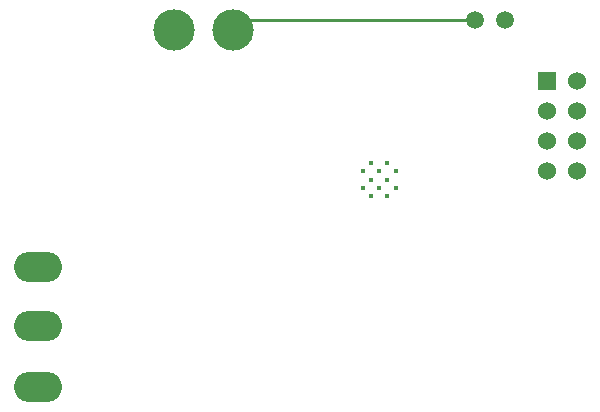
<source format=gbl>
G04 Layer: BottomLayer*
G04 EasyEDA Pro v2.2.32.3, 2024-11-28 11:51:39*
G04 Gerber Generator version 0.3*
G04 Scale: 100 percent, Rotated: No, Reflected: No*
G04 Dimensions in millimeters*
G04 Leading zeros omitted, absolute positions, 3 integers and 5 decimals*
%FSLAX35Y35*%
%MOMM*%
%ADD10C,1.5*%
%ADD11R,1.524X1.524*%
%ADD12C,1.524*%
%ADD13O,4.064X2.54*%
%ADD14C,3.49999*%
%ADD15C,0.4*%
%ADD16C,0.254*%
G75*


G04 Pad Start*
G54D10*
G01X4279913Y-152400D03*
G01X4533913Y-152400D03*
G54D11*
G01X4889500Y-673100D03*
G54D12*
G01X5143499Y-673100D03*
G01X4889500Y-927099D03*
G01X5143499Y-927099D03*
G01X4889500Y-1181099D03*
G01X5143499Y-1181099D03*
G01X4889500Y-1435098D03*
G01X5143499Y-1435098D03*
G54D13*
G01X584200Y-2247900D03*
G01X584200Y-2747772D03*
G01X584200Y-3263900D03*
G54D14*
G01X2231187Y-241300D03*
G01X1731188Y-241300D03*
G04 Pad End*

G04 Via Start*
G54D15*
G01X3470021Y-1436944D03*
G01X3470021Y-1576949D03*
G01X3610026Y-1576949D03*
G01X3610026Y-1436944D03*
G01X3540023Y-1366942D03*
G01X3540023Y-1506946D03*
G01X3540023Y-1646951D03*
G01X3330016Y-1576949D03*
G01X3330016Y-1436944D03*
G01X3400019Y-1366942D03*
G01X3400019Y-1506946D03*
G01X3400019Y-1646951D03*
G04 Via End*

G04 Track Start*
G54D16*
G01X4279913Y-152400D02*
G01X2320087Y-152400D01*
G01X2231187Y-241300D01*
G04 Track End*

M02*


</source>
